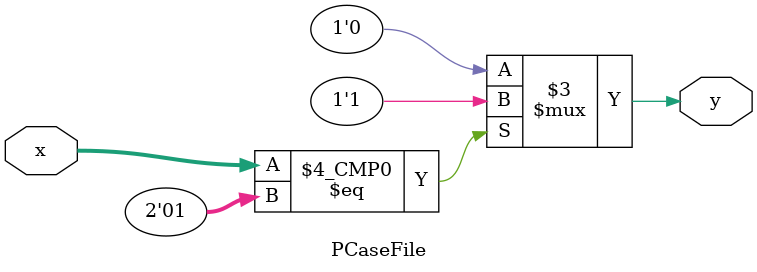
<source format=v>
module PCaseFile (
    input [1:0] x,
    output reg y
);
always @(x) begin 
    case (x)
        2'b00: y = 0; 
        2'b01: y = 1;
        default: y = 0;
    endcase
end  
endmodule
</source>
